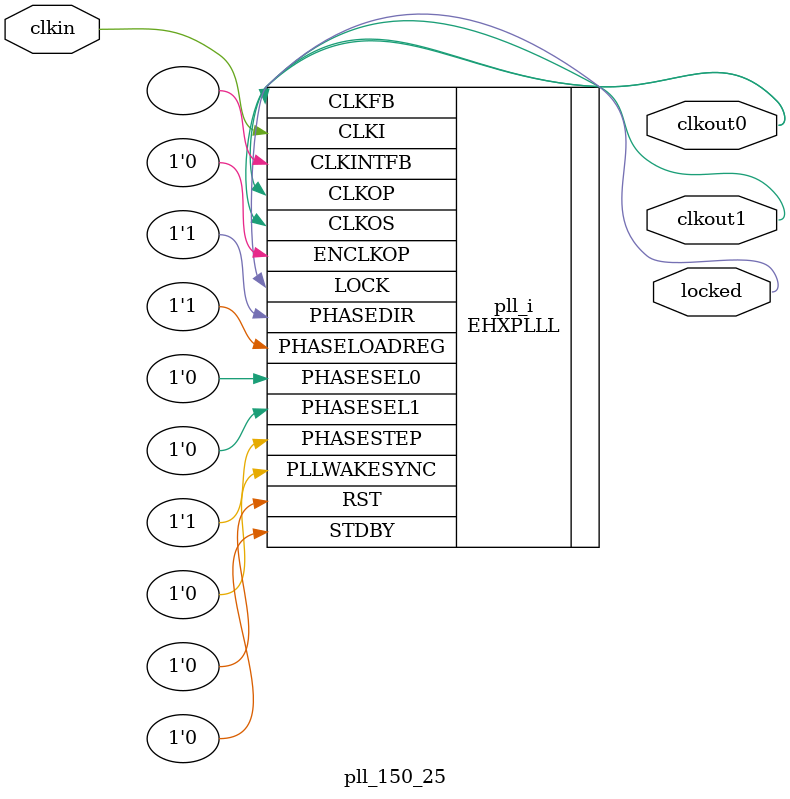
<source format=v>
module pll_150_25
(
    input clkin, // 25 MHz, 0 deg
    output clkout0, // 150 MHz, 0 deg
    output clkout1, // 25 MHz, 0 deg
    output locked
);
(* FREQUENCY_PIN_CLKI="25" *)
(* FREQUENCY_PIN_CLKOP="150" *)
(* FREQUENCY_PIN_CLKOS="25" *)
(* ICP_CURRENT="12" *) (* LPF_RESISTOR="8" *) (* MFG_ENABLE_FILTEROPAMP="1" *) (* MFG_GMCREF_SEL="2" *)
EHXPLLL #(
        .PLLRST_ENA("DISABLED"),
        .INTFB_WAKE("DISABLED"),
        .STDBY_ENABLE("DISABLED"),
        .DPHASE_SOURCE("DISABLED"),
        .OUTDIVIDER_MUXA("DIVA"),
        .OUTDIVIDER_MUXB("DIVB"),
        .OUTDIVIDER_MUXC("DIVC"),
        .OUTDIVIDER_MUXD("DIVD"),
        .CLKI_DIV(1),
        .CLKOP_ENABLE("ENABLED"),
        .CLKOP_DIV(4),
        .CLKOP_CPHASE(2),
        .CLKOP_FPHASE(0),
        .CLKOS_ENABLE("ENABLED"),
        .CLKOS_DIV(24),
        .CLKOS_CPHASE(2),
        .CLKOS_FPHASE(0),
        .FEEDBK_PATH("CLKOP"),
        .CLKFB_DIV(6)
    ) pll_i (
        .RST(1'b0),
        .STDBY(1'b0),
        .CLKI(clkin),
        .CLKOP(clkout0),
        .CLKOS(clkout1),
        .CLKFB(clkout0),
        .CLKINTFB(),
        .PHASESEL0(1'b0),
        .PHASESEL1(1'b0),
        .PHASEDIR(1'b1),
        .PHASESTEP(1'b1),
        .PHASELOADREG(1'b1),
        .PLLWAKESYNC(1'b0),
        .ENCLKOP(1'b0),
        .LOCK(locked)
	);
endmodule

</source>
